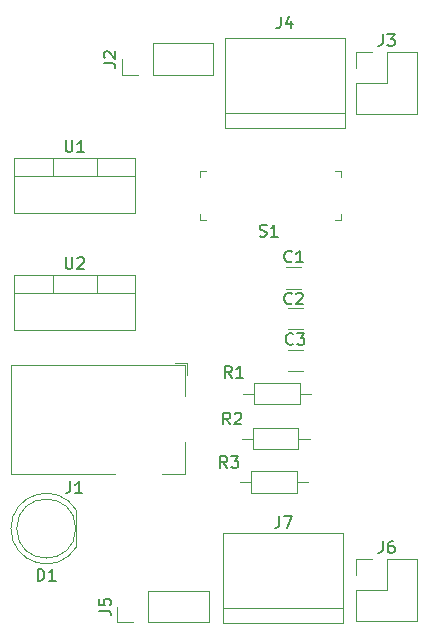
<source format=gbr>
%TF.GenerationSoftware,KiCad,Pcbnew,(6.0.7)*%
%TF.CreationDate,2022-09-26T11:07:57-04:00*%
%TF.ProjectId,proj_3,70726f6a-5f33-42e6-9b69-6361645f7063,1*%
%TF.SameCoordinates,Original*%
%TF.FileFunction,Legend,Top*%
%TF.FilePolarity,Positive*%
%FSLAX46Y46*%
G04 Gerber Fmt 4.6, Leading zero omitted, Abs format (unit mm)*
G04 Created by KiCad (PCBNEW (6.0.7)) date 2022-09-26 11:07:57*
%MOMM*%
%LPD*%
G01*
G04 APERTURE LIST*
%ADD10C,0.150000*%
%ADD11C,0.100000*%
%ADD12C,0.120000*%
G04 APERTURE END LIST*
D10*
%TO.C,S1*%
X154355095Y-91689761D02*
X154497952Y-91737380D01*
X154736047Y-91737380D01*
X154831285Y-91689761D01*
X154878904Y-91642142D01*
X154926523Y-91546904D01*
X154926523Y-91451666D01*
X154878904Y-91356428D01*
X154831285Y-91308809D01*
X154736047Y-91261190D01*
X154545571Y-91213571D01*
X154450333Y-91165952D01*
X154402714Y-91118333D01*
X154355095Y-91023095D01*
X154355095Y-90927857D01*
X154402714Y-90832619D01*
X154450333Y-90785000D01*
X154545571Y-90737380D01*
X154783666Y-90737380D01*
X154926523Y-90785000D01*
X155878904Y-91737380D02*
X155307476Y-91737380D01*
X155593190Y-91737380D02*
X155593190Y-90737380D01*
X155497952Y-90880238D01*
X155402714Y-90975476D01*
X155307476Y-91023095D01*
%TO.C,J6*%
X164766666Y-117518380D02*
X164766666Y-118232666D01*
X164719047Y-118375523D01*
X164623809Y-118470761D01*
X164480952Y-118518380D01*
X164385714Y-118518380D01*
X165671428Y-117518380D02*
X165480952Y-117518380D01*
X165385714Y-117566000D01*
X165338095Y-117613619D01*
X165242857Y-117756476D01*
X165195238Y-117946952D01*
X165195238Y-118327904D01*
X165242857Y-118423142D01*
X165290476Y-118470761D01*
X165385714Y-118518380D01*
X165576190Y-118518380D01*
X165671428Y-118470761D01*
X165719047Y-118423142D01*
X165766666Y-118327904D01*
X165766666Y-118089809D01*
X165719047Y-117994571D01*
X165671428Y-117946952D01*
X165576190Y-117899333D01*
X165385714Y-117899333D01*
X165290476Y-117946952D01*
X165242857Y-117994571D01*
X165195238Y-118089809D01*
%TO.C,R3*%
X151598333Y-111323380D02*
X151265000Y-110847190D01*
X151026904Y-111323380D02*
X151026904Y-110323380D01*
X151407857Y-110323380D01*
X151503095Y-110371000D01*
X151550714Y-110418619D01*
X151598333Y-110513857D01*
X151598333Y-110656714D01*
X151550714Y-110751952D01*
X151503095Y-110799571D01*
X151407857Y-110847190D01*
X151026904Y-110847190D01*
X151931666Y-110323380D02*
X152550714Y-110323380D01*
X152217380Y-110704333D01*
X152360238Y-110704333D01*
X152455476Y-110751952D01*
X152503095Y-110799571D01*
X152550714Y-110894809D01*
X152550714Y-111132904D01*
X152503095Y-111228142D01*
X152455476Y-111275761D01*
X152360238Y-111323380D01*
X152074523Y-111323380D01*
X151979285Y-111275761D01*
X151931666Y-111228142D01*
%TO.C,C3*%
X157186333Y-100814142D02*
X157138714Y-100861761D01*
X156995857Y-100909380D01*
X156900619Y-100909380D01*
X156757761Y-100861761D01*
X156662523Y-100766523D01*
X156614904Y-100671285D01*
X156567285Y-100480809D01*
X156567285Y-100337952D01*
X156614904Y-100147476D01*
X156662523Y-100052238D01*
X156757761Y-99957000D01*
X156900619Y-99909380D01*
X156995857Y-99909380D01*
X157138714Y-99957000D01*
X157186333Y-100004619D01*
X157519666Y-99909380D02*
X158138714Y-99909380D01*
X157805380Y-100290333D01*
X157948238Y-100290333D01*
X158043476Y-100337952D01*
X158091095Y-100385571D01*
X158138714Y-100480809D01*
X158138714Y-100718904D01*
X158091095Y-100814142D01*
X158043476Y-100861761D01*
X157948238Y-100909380D01*
X157662523Y-100909380D01*
X157567285Y-100861761D01*
X157519666Y-100814142D01*
%TO.C,J2*%
X141140380Y-77041333D02*
X141854666Y-77041333D01*
X141997523Y-77088952D01*
X142092761Y-77184190D01*
X142140380Y-77327047D01*
X142140380Y-77422285D01*
X141235619Y-76612761D02*
X141188000Y-76565142D01*
X141140380Y-76469904D01*
X141140380Y-76231809D01*
X141188000Y-76136571D01*
X141235619Y-76088952D01*
X141330857Y-76041333D01*
X141426095Y-76041333D01*
X141568952Y-76088952D01*
X142140380Y-76660380D01*
X142140380Y-76041333D01*
%TO.C,U2*%
X137922095Y-93480380D02*
X137922095Y-94289904D01*
X137969714Y-94385142D01*
X138017333Y-94432761D01*
X138112571Y-94480380D01*
X138303047Y-94480380D01*
X138398285Y-94432761D01*
X138445904Y-94385142D01*
X138493523Y-94289904D01*
X138493523Y-93480380D01*
X138922095Y-93575619D02*
X138969714Y-93528000D01*
X139064952Y-93480380D01*
X139303047Y-93480380D01*
X139398285Y-93528000D01*
X139445904Y-93575619D01*
X139493523Y-93670857D01*
X139493523Y-93766095D01*
X139445904Y-93908952D01*
X138874476Y-94480380D01*
X139493523Y-94480380D01*
%TO.C,R2*%
X151852333Y-107640380D02*
X151519000Y-107164190D01*
X151280904Y-107640380D02*
X151280904Y-106640380D01*
X151661857Y-106640380D01*
X151757095Y-106688000D01*
X151804714Y-106735619D01*
X151852333Y-106830857D01*
X151852333Y-106973714D01*
X151804714Y-107068952D01*
X151757095Y-107116571D01*
X151661857Y-107164190D01*
X151280904Y-107164190D01*
X152233285Y-106735619D02*
X152280904Y-106688000D01*
X152376142Y-106640380D01*
X152614238Y-106640380D01*
X152709476Y-106688000D01*
X152757095Y-106735619D01*
X152804714Y-106830857D01*
X152804714Y-106926095D01*
X152757095Y-107068952D01*
X152185666Y-107640380D01*
X152804714Y-107640380D01*
%TO.C,D1*%
X135537904Y-120871380D02*
X135537904Y-119871380D01*
X135776000Y-119871380D01*
X135918857Y-119919000D01*
X136014095Y-120014238D01*
X136061714Y-120109476D01*
X136109333Y-120299952D01*
X136109333Y-120442809D01*
X136061714Y-120633285D01*
X136014095Y-120728523D01*
X135918857Y-120823761D01*
X135776000Y-120871380D01*
X135537904Y-120871380D01*
X137061714Y-120871380D02*
X136490285Y-120871380D01*
X136776000Y-120871380D02*
X136776000Y-119871380D01*
X136680761Y-120014238D01*
X136585523Y-120109476D01*
X136490285Y-120157095D01*
%TO.C,J5*%
X140759380Y-123396333D02*
X141473666Y-123396333D01*
X141616523Y-123443952D01*
X141711761Y-123539190D01*
X141759380Y-123682047D01*
X141759380Y-123777285D01*
X140759380Y-122443952D02*
X140759380Y-122920142D01*
X141235571Y-122967761D01*
X141187952Y-122920142D01*
X141140333Y-122824904D01*
X141140333Y-122586809D01*
X141187952Y-122491571D01*
X141235571Y-122443952D01*
X141330809Y-122396333D01*
X141568904Y-122396333D01*
X141664142Y-122443952D01*
X141711761Y-122491571D01*
X141759380Y-122586809D01*
X141759380Y-122824904D01*
X141711761Y-122920142D01*
X141664142Y-122967761D01*
%TO.C,R1*%
X151979333Y-103703380D02*
X151646000Y-103227190D01*
X151407904Y-103703380D02*
X151407904Y-102703380D01*
X151788857Y-102703380D01*
X151884095Y-102751000D01*
X151931714Y-102798619D01*
X151979333Y-102893857D01*
X151979333Y-103036714D01*
X151931714Y-103131952D01*
X151884095Y-103179571D01*
X151788857Y-103227190D01*
X151407904Y-103227190D01*
X152931714Y-103703380D02*
X152360285Y-103703380D01*
X152646000Y-103703380D02*
X152646000Y-102703380D01*
X152550761Y-102846238D01*
X152455523Y-102941476D01*
X152360285Y-102989095D01*
%TO.C,J7*%
X156003666Y-115403380D02*
X156003666Y-116117666D01*
X155956047Y-116260523D01*
X155860809Y-116355761D01*
X155717952Y-116403380D01*
X155622714Y-116403380D01*
X156384619Y-115403380D02*
X157051285Y-115403380D01*
X156622714Y-116403380D01*
%TO.C,C1*%
X157059333Y-93829142D02*
X157011714Y-93876761D01*
X156868857Y-93924380D01*
X156773619Y-93924380D01*
X156630761Y-93876761D01*
X156535523Y-93781523D01*
X156487904Y-93686285D01*
X156440285Y-93495809D01*
X156440285Y-93352952D01*
X156487904Y-93162476D01*
X156535523Y-93067238D01*
X156630761Y-92972000D01*
X156773619Y-92924380D01*
X156868857Y-92924380D01*
X157011714Y-92972000D01*
X157059333Y-93019619D01*
X158011714Y-93924380D02*
X157440285Y-93924380D01*
X157726000Y-93924380D02*
X157726000Y-92924380D01*
X157630761Y-93067238D01*
X157535523Y-93162476D01*
X157440285Y-93210095D01*
%TO.C,C2*%
X157059333Y-97385142D02*
X157011714Y-97432761D01*
X156868857Y-97480380D01*
X156773619Y-97480380D01*
X156630761Y-97432761D01*
X156535523Y-97337523D01*
X156487904Y-97242285D01*
X156440285Y-97051809D01*
X156440285Y-96908952D01*
X156487904Y-96718476D01*
X156535523Y-96623238D01*
X156630761Y-96528000D01*
X156773619Y-96480380D01*
X156868857Y-96480380D01*
X157011714Y-96528000D01*
X157059333Y-96575619D01*
X157440285Y-96575619D02*
X157487904Y-96528000D01*
X157583142Y-96480380D01*
X157821238Y-96480380D01*
X157916476Y-96528000D01*
X157964095Y-96575619D01*
X158011714Y-96670857D01*
X158011714Y-96766095D01*
X157964095Y-96908952D01*
X157392666Y-97480380D01*
X158011714Y-97480380D01*
%TO.C,J1*%
X138313666Y-112448880D02*
X138313666Y-113163166D01*
X138266047Y-113306023D01*
X138170809Y-113401261D01*
X138027952Y-113448880D01*
X137932714Y-113448880D01*
X139313666Y-113448880D02*
X138742238Y-113448880D01*
X139027952Y-113448880D02*
X139027952Y-112448880D01*
X138932714Y-112591738D01*
X138837476Y-112686976D01*
X138742238Y-112734595D01*
%TO.C,J3*%
X164766666Y-74592380D02*
X164766666Y-75306666D01*
X164719047Y-75449523D01*
X164623809Y-75544761D01*
X164480952Y-75592380D01*
X164385714Y-75592380D01*
X165147619Y-74592380D02*
X165766666Y-74592380D01*
X165433333Y-74973333D01*
X165576190Y-74973333D01*
X165671428Y-75020952D01*
X165719047Y-75068571D01*
X165766666Y-75163809D01*
X165766666Y-75401904D01*
X165719047Y-75497142D01*
X165671428Y-75544761D01*
X165576190Y-75592380D01*
X165290476Y-75592380D01*
X165195238Y-75544761D01*
X165147619Y-75497142D01*
%TO.C,J4*%
X156130666Y-73112380D02*
X156130666Y-73826666D01*
X156083047Y-73969523D01*
X155987809Y-74064761D01*
X155844952Y-74112380D01*
X155749714Y-74112380D01*
X157035428Y-73445714D02*
X157035428Y-74112380D01*
X156797333Y-73064761D02*
X156559238Y-73779047D01*
X157178285Y-73779047D01*
%TO.C,U1*%
X137922095Y-83574380D02*
X137922095Y-84383904D01*
X137969714Y-84479142D01*
X138017333Y-84526761D01*
X138112571Y-84574380D01*
X138303047Y-84574380D01*
X138398285Y-84526761D01*
X138445904Y-84479142D01*
X138493523Y-84383904D01*
X138493523Y-83574380D01*
X139493523Y-84574380D02*
X138922095Y-84574380D01*
X139207809Y-84574380D02*
X139207809Y-83574380D01*
X139112571Y-83717238D01*
X139017333Y-83812476D01*
X138922095Y-83860095D01*
D11*
%TO.C,S1*%
X149307000Y-86165000D02*
X149807000Y-86165000D01*
X149307000Y-90365000D02*
X149307000Y-89865000D01*
X161207000Y-90365000D02*
X161207000Y-89865000D01*
X161207000Y-90365000D02*
X160707000Y-90365000D01*
X149307000Y-86165000D02*
X149307000Y-86665000D01*
X161207000Y-86165000D02*
X161207000Y-86665000D01*
X161207000Y-86165000D02*
X160707000Y-86165000D01*
X149307000Y-90365000D02*
X149807000Y-90365000D01*
D12*
%TO.C,J6*%
X165100000Y-119066000D02*
X167700000Y-119066000D01*
X162500000Y-119066000D02*
X163830000Y-119066000D01*
X162500000Y-124266000D02*
X167700000Y-124266000D01*
X162500000Y-121666000D02*
X165100000Y-121666000D01*
X162500000Y-121666000D02*
X162500000Y-124266000D01*
X162500000Y-120396000D02*
X162500000Y-119066000D01*
X167700000Y-119066000D02*
X167700000Y-124266000D01*
X165100000Y-121666000D02*
X165100000Y-119066000D01*
%TO.C,R3*%
X157495000Y-111602000D02*
X153655000Y-111602000D01*
X152705000Y-112522000D02*
X153655000Y-112522000D01*
X153655000Y-111602000D02*
X153655000Y-113442000D01*
X158445000Y-112522000D02*
X157495000Y-112522000D01*
X157495000Y-113442000D02*
X157495000Y-111602000D01*
X153655000Y-113442000D02*
X157495000Y-113442000D01*
%TO.C,C3*%
X156744000Y-103155000D02*
X158002000Y-103155000D01*
X156744000Y-101315000D02*
X158002000Y-101315000D01*
%TO.C,J2*%
X142688000Y-78038000D02*
X142688000Y-76708000D01*
X145288000Y-78038000D02*
X150428000Y-78038000D01*
X150428000Y-78038000D02*
X150428000Y-75378000D01*
X145288000Y-75378000D02*
X150428000Y-75378000D01*
X144018000Y-78038000D02*
X142688000Y-78038000D01*
X145288000Y-78038000D02*
X145288000Y-75378000D01*
%TO.C,U2*%
X143804000Y-95028000D02*
X143804000Y-99669000D01*
X133564000Y-99669000D02*
X143804000Y-99669000D01*
X140535000Y-95028000D02*
X140535000Y-96538000D01*
X136834000Y-95028000D02*
X136834000Y-96538000D01*
X133564000Y-95028000D02*
X133564000Y-99669000D01*
X133564000Y-96538000D02*
X143804000Y-96538000D01*
X133564000Y-95028000D02*
X143804000Y-95028000D01*
%TO.C,R2*%
X158572000Y-108839000D02*
X157622000Y-108839000D01*
X157622000Y-107919000D02*
X153782000Y-107919000D01*
X153782000Y-109759000D02*
X157622000Y-109759000D01*
X157622000Y-109759000D02*
X157622000Y-107919000D01*
X152832000Y-108839000D02*
X153782000Y-108839000D01*
X153782000Y-107919000D02*
X153782000Y-109759000D01*
%TO.C,D1*%
X138836000Y-118004000D02*
X138836000Y-114914000D01*
X133286000Y-116458538D02*
G75*
G03*
X138836000Y-118003830I2990000J-462D01*
G01*
X138836000Y-114914170D02*
G75*
G03*
X133286000Y-116459462I-2560000J-1544830D01*
G01*
X138776000Y-116459000D02*
G75*
G03*
X138776000Y-116459000I-2500000J0D01*
G01*
%TO.C,J5*%
X144907000Y-124393000D02*
X150047000Y-124393000D01*
X150047000Y-124393000D02*
X150047000Y-121733000D01*
X143637000Y-124393000D02*
X142307000Y-124393000D01*
X142307000Y-124393000D02*
X142307000Y-123063000D01*
X144907000Y-124393000D02*
X144907000Y-121733000D01*
X144907000Y-121733000D02*
X150047000Y-121733000D01*
%TO.C,R1*%
X153909000Y-105949000D02*
X157749000Y-105949000D01*
X152959000Y-105029000D02*
X153909000Y-105029000D01*
X158699000Y-105029000D02*
X157749000Y-105029000D01*
X157749000Y-105949000D02*
X157749000Y-104109000D01*
X157749000Y-104109000D02*
X153909000Y-104109000D01*
X153909000Y-104109000D02*
X153909000Y-105949000D01*
%TO.C,J7*%
X151257000Y-116840000D02*
X151257000Y-124460000D01*
X161417000Y-116840000D02*
X151257000Y-116840000D01*
X161417000Y-123190000D02*
X151257000Y-123190000D01*
X161417000Y-124460000D02*
X161417000Y-116840000D01*
X151257000Y-124460000D02*
X161417000Y-124460000D01*
%TO.C,C1*%
X157855000Y-94330000D02*
X156597000Y-94330000D01*
X157855000Y-96170000D02*
X156597000Y-96170000D01*
%TO.C,C2*%
X156744000Y-99599000D02*
X158002000Y-99599000D01*
X156744000Y-97759000D02*
X158002000Y-97759000D01*
%TO.C,J1*%
X147997000Y-102646500D02*
X147997000Y-105246500D01*
X142097000Y-111846500D02*
X133297000Y-111846500D01*
X148197000Y-103496500D02*
X148197000Y-102446500D01*
X147997000Y-111846500D02*
X146097000Y-111846500D01*
X147147000Y-102446500D02*
X148197000Y-102446500D01*
X147997000Y-109146500D02*
X147997000Y-111846500D01*
X133297000Y-102646500D02*
X147997000Y-102646500D01*
X133297000Y-111846500D02*
X133297000Y-102646500D01*
%TO.C,J3*%
X165100000Y-76140000D02*
X167700000Y-76140000D01*
X162500000Y-76140000D02*
X163830000Y-76140000D01*
X162500000Y-77470000D02*
X162500000Y-76140000D01*
X165100000Y-78740000D02*
X165100000Y-76140000D01*
X167700000Y-76140000D02*
X167700000Y-81340000D01*
X162500000Y-81340000D02*
X167700000Y-81340000D01*
X162500000Y-78740000D02*
X162500000Y-81340000D01*
X162500000Y-78740000D02*
X165100000Y-78740000D01*
%TO.C,J4*%
X161544000Y-74930000D02*
X151384000Y-74930000D01*
X151384000Y-74930000D02*
X151384000Y-82550000D01*
X161544000Y-81280000D02*
X151384000Y-81280000D01*
X161544000Y-82550000D02*
X161544000Y-74930000D01*
X151384000Y-82550000D02*
X161544000Y-82550000D01*
%TO.C,U1*%
X133564000Y-86632000D02*
X143804000Y-86632000D01*
X136834000Y-85122000D02*
X136834000Y-86632000D01*
X133564000Y-85122000D02*
X143804000Y-85122000D01*
X133564000Y-85122000D02*
X133564000Y-89763000D01*
X143804000Y-85122000D02*
X143804000Y-89763000D01*
X140535000Y-85122000D02*
X140535000Y-86632000D01*
X133564000Y-89763000D02*
X143804000Y-89763000D01*
%TD*%
M02*

</source>
